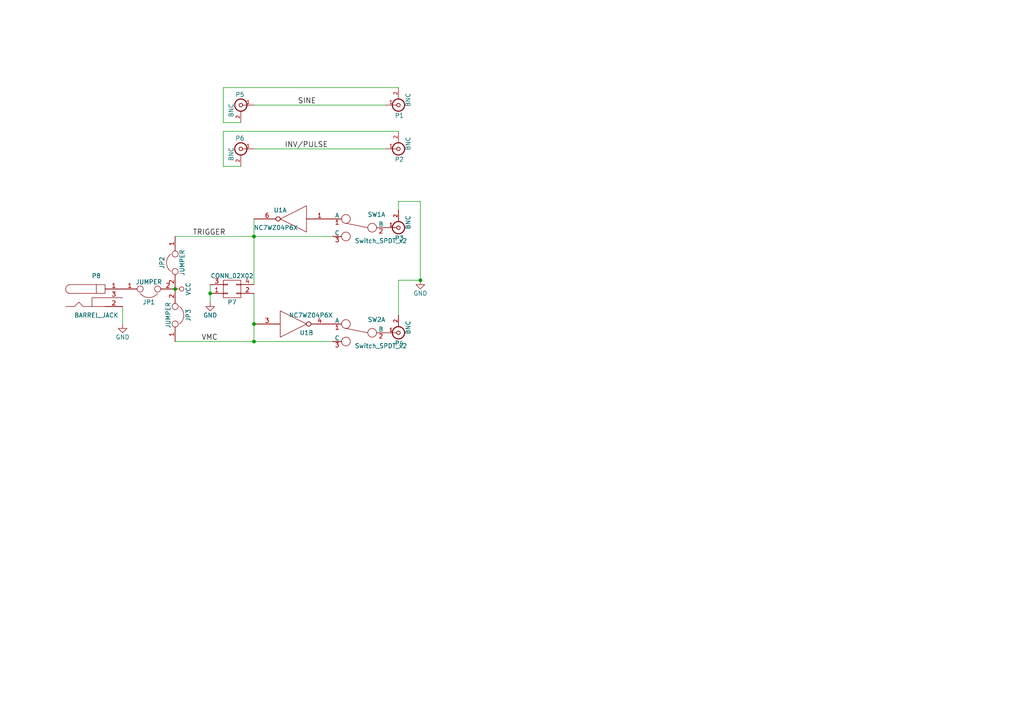
<source format=kicad_sch>
(kicad_sch (version 20230121) (generator eeschema)
  (paper "A4")
  (lib_symbols
    (symbol "keithley2015_aux_breakout-rescue:BARREL_JACK" (pin_names (offset 1.016))
      (property "Reference" "CON" (at 0 6.35 0))
      (property "Value" "BARREL_JACK" (at 0 -5.08 0))
      (symbol "BARREL_JACK_0_1"
        (arc (start -8.89 2.54) (mid -8.5271 1.6254) (end -7.62 1.27))
        (arc (start -7.62 3.81) (mid -8.5088 3.4366) (end -8.89 2.54))
        (polyline (pts (xy -7.62 1.27) (xy 0 1.27)))
        (polyline (pts (xy 0 3.81) (xy -7.62 3.81)))
        (polyline (pts (xy 2.54 0) (xy -1.27 0) (xy -1.27 -2.54)))
        (polyline (pts (xy 2.54 -2.54) (xy -3.81 -2.54) (xy -5.08 -1.27) (xy -6.35 -2.54) (xy -8.89 -2.54)))
        (rectangle (start 2.54 3.81) (end 0 1.27))
      )
      (symbol "BARREL_JACK_1_1"
        (pin passive line (at 7.62 2.54 180) (length 5.08) (name "~") (number "1"))
        (pin passive line (at 7.62 -2.54 180) (length 5.08) (name "~") (number "2"))
        (pin passive line (at 7.62 0 180) (length 5.08) (name "~") (number "3"))
      )
    )
    (symbol "keithley2015_aux_breakout-rescue:BNC" (pin_names (offset 1.016) hide)
      (property "Reference" "P" (at 0.254 3.048 0))
      (property "Value" "BNC" (at 2.794 -1.524 90))
      (symbol "BNC_0_1"
        (circle (center 0 0) (radius 0.508) (stroke (width 0.2032)))
        (circle (center 0 0) (radius 1.778) (stroke (width 0.3048)))
      )
      (symbol "BNC_1_1"
        (pin passive line (at -3.81 0 0) (length 3.302) (name "In") (number "1"))
        (pin passive line (at 0 -5.08 90) (length 3.302) (name "Ext") (number "2"))
      )
    )
    (symbol "keithley2015_aux_breakout-rescue:CONN_02X02" (pin_names (offset 0.0254) hide)
      (property "Reference" "P" (at 0 3.81 0))
      (property "Value" "CONN_02X02" (at 0 -3.81 0))
      (symbol "CONN_02X02_0_1"
        (rectangle (start -2.54 -1.143) (end -1.27 -1.397))
        (rectangle (start -2.54 1.397) (end -1.27 1.143))
        (rectangle (start -2.54 2.54) (end 2.54 -2.54))
        (rectangle (start 1.27 -1.143) (end 2.54 -1.397))
        (rectangle (start 1.27 1.397) (end 2.54 1.143))
      )
      (symbol "CONN_02X02_1_1"
        (pin passive line (at -6.35 1.27 0) (length 3.81) (name "P1") (number "1"))
        (pin passive line (at 6.35 1.27 180) (length 3.81) (name "P2") (number "2"))
        (pin passive line (at -6.35 -1.27 0) (length 3.81) (name "P3") (number "3"))
        (pin passive line (at 6.35 -1.27 180) (length 3.81) (name "P4") (number "4"))
      )
    )
    (symbol "keithley2015_aux_breakout-rescue:GND" (power) (pin_names (offset 0))
      (property "Value" "GND" (at 0 -3.81 0))
      (symbol "GND_0_1"
        (polyline (pts (xy 0 0) (xy 0 -1.27) (xy 1.27 -1.27) (xy 0 -2.54) (xy -1.27 -1.27) (xy 0 -1.27)))
      )
      (symbol "GND_1_1"
        (pin power_in line (at 0 0 270) (length 0) hide (name "GND") (number "1"))
      )
    )
    (symbol "keithley2015_aux_breakout-rescue:JUMPER" (pin_names (offset 0.762) hide)
      (property "Reference" "JP" (at 0 3.81 0))
      (property "Value" "JUMPER" (at 0 -2.032 0))
      (symbol "JUMPER_0_1"
        (circle (center -2.54 0) (radius 0.889))
        (arc (start 2.5146 1.27) (mid 0.0078 2.5097) (end -2.4892 1.27))
        (circle (center 2.54 0) (radius 0.889))
        (pin passive line (at -7.62 0 0) (length 4.191) (name "1") (number "1"))
        (pin passive line (at 7.62 0 180) (length 4.191) (name "2") (number "2"))
      )
    )
    (symbol "keithley2015_aux_breakout-rescue:NC7WZ04P6X" (pin_names (offset 0.762))
      (property "Reference" "U" (at 3.81 2.54 0))
      (property "Value" "NC7WZ04P6X" (at 5.08 -2.54 0))
      (symbol "NC7WZ04P6X_0_0"
        (polyline (pts (xy -3.81 3.81) (xy -3.81 -3.81) (xy 3.81 0) (xy -3.81 3.81)))
        (pin power_in line (at -1.27 -2.54 90) (length 0) hide (name "GND") (number "2"))
        (pin power_in line (at -1.27 2.54 270) (length 0) hide (name "VCC") (number "5"))
      )
      (symbol "NC7WZ04P6X_1_1"
        (pin input line (at -11.43 0 0) (length 7.62) (name "~") (number "1"))
        (pin output inverted (at 11.43 0 180) (length 7.62) (name "~") (number "6"))
      )
      (symbol "NC7WZ04P6X_1_2"
        (pin input inverted (at -11.43 0 0) (length 7.62) (name "~") (number "1"))
        (pin output line (at 11.43 0 180) (length 7.62) (name "~") (number "2"))
      )
      (symbol "NC7WZ04P6X_2_1"
        (pin input line (at -11.43 0 0) (length 7.62) (name "~") (number "3"))
        (pin output inverted (at 11.43 0 180) (length 7.62) (name "~") (number "4"))
      )
      (symbol "NC7WZ04P6X_2_2"
        (pin input inverted (at -11.43 0 0) (length 7.62) (name "~") (number "3"))
        (pin output line (at 11.43 0 180) (length 7.62) (name "~") (number "4"))
      )
    )
    (symbol "keithley2015_aux_breakout-rescue:Switch_SPDT_x2" (pin_names (offset 0))
      (property "Reference" "SW" (at -5.08 3.81 0))
      (property "Value" "Switch_SPDT_x2" (at -6.35 -3.81 0))
      (symbol "Switch_SPDT_x2_0_0"
        (circle (center -3.81 0) (radius 1.27))
        (circle (center 3.81 -2.54) (radius 1.27))
      )
      (symbol "Switch_SPDT_x2_0_1"
        (polyline (pts (xy -2.54 0) (xy 3.81 1.27)))
        (circle (center 3.81 2.54) (radius 1.27))
      )
      (symbol "Switch_SPDT_x2_1_1"
        (pin passive line (at 7.62 2.54 180) (length 2.54) (name "A") (number "1"))
        (pin passive line (at -7.62 0 0) (length 2.54) (name "B") (number "2"))
        (pin passive line (at 7.62 -2.54 180) (length 2.54) (name "C") (number "3"))
      )
      (symbol "Switch_SPDT_x2_2_1"
        (pin passive line (at 7.62 2.54 180) (length 2.54) (name "A") (number "4"))
        (pin passive line (at -7.62 0 0) (length 2.54) (name "B") (number "5"))
        (pin passive line (at 7.62 -2.54 180) (length 2.54) (name "C") (number "6"))
      )
    )
    (symbol "keithley2015_aux_breakout-rescue:VCC" (power) (pin_names (offset 0))
      (property "Value" "VCC" (at 0 3.81 0))
      (symbol "VCC_0_1"
        (polyline (pts (xy 0 0) (xy 0 1.27)))
        (circle (center 0 1.905) (radius 0.635))
      )
      (symbol "VCC_1_1"
        (pin power_in line (at 0 0 90) (length 0) hide (name "VCC") (number "1"))
      )
    )
  )
  (junction (at 121.92 81.28))
  (junction (at 73.66 93.98))
  (junction (at 60.96 85.09))
  (junction (at 73.66 68.58))
  (junction (at 50.8 83.82))
  (junction (at 73.66 99.06))
  (wire (pts (xy 50.8 68.58) (xy 73.66 68.58)))
  (wire (pts (xy 35.56 88.9) (xy 35.56 93.98)))
  (wire (pts (xy 115.57 91.44) (xy 115.57 81.28)))
  (wire (pts (xy 64.77 25.4) (xy 115.57 25.4)))
  (wire (pts (xy 73.66 68.58) (xy 73.66 82.55)))
  (wire (pts (xy 73.66 99.06) (xy 50.8 99.06)))
  (wire (pts (xy 115.57 58.42) (xy 115.57 60.96)))
  (wire (pts (xy 73.66 43.18) (xy 111.76 43.18)))
  (wire (pts (xy 121.92 81.28) (xy 121.92 58.42)))
  (wire (pts (xy 96.52 99.06) (xy 73.66 99.06)))
  (wire (pts (xy 60.96 85.09) (xy 60.96 87.63)))
  (wire (pts (xy 121.92 58.42) (xy 115.57 58.42)))
  (wire (pts (xy 73.66 30.48) (xy 111.76 30.48)))
  (wire (pts (xy 73.66 85.09) (xy 73.66 93.98)))
  (wire (pts (xy 69.85 35.56) (xy 64.77 35.56)))
  (wire (pts (xy 64.77 35.56) (xy 64.77 25.4)))
  (wire (pts (xy 115.57 38.1) (xy 64.77 38.1)))
  (wire (pts (xy 60.96 82.55) (xy 60.96 85.09)))
  (wire (pts (xy 73.66 68.58) (xy 96.52 68.58)))
  (wire (pts (xy 64.77 38.1) (xy 64.77 48.26)))
  (wire (pts (xy 73.66 93.98) (xy 73.66 99.06)))
  (wire (pts (xy 73.66 63.5) (xy 73.66 68.58)))
  (wire (pts (xy 115.57 81.28) (xy 121.92 81.28)))
  (wire (pts (xy 64.77 48.26) (xy 69.85 48.26)))
  (label "VMC" (at 58.42 99.06 0) (effects (font (size 1.524 1.524))))
  (label "INV/PULSE" (at 82.55 43.18 0) (effects (font (size 1.524 1.524))))
  (label "SINE" (at 86.36 30.48 0) (effects (font (size 1.524 1.524))))
  (label "TRIGGER" (at 55.88 68.58 0) (effects (font (size 1.524 1.524))))
  (symbol (lib_id "keithley2015_aux_breakout-rescue:Switch_SPDT_x2") (at 104.14 66.04 0) (mirror y) (unit 1)
    (property "Reference" "SW1" (at 109.22 62.23 0))
    (property "Value" "Switch_SPDT_x2" (at 110.49 69.85 0))
    (property "Footprint" "Switches:Latched_7x7mm_TL_2230" (effects hide))
  )
  (symbol (lib_id "keithley2015_aux_breakout-rescue:BNC") (at 115.57 66.04 0) (mirror x) (unit 1)
    (property "Reference" "P3" (at 115.824 69.088 0))
    (property "Value" "BNC" (at 118.364 64.516 90))
    (property "Footprint" "Connectors:SMA_Board_Edge" (effects hide))
  )
  (symbol (lib_id "keithley2015_aux_breakout-rescue:BNC") (at 115.57 43.18 0) (mirror x) (unit 1)
    (property "Reference" "P2" (at 115.824 46.228 0))
    (property "Value" "BNC" (at 118.364 41.656 90))
    (property "Footprint" "Connectors:SMA_Board_Edge" (effects hide))
  )
  (symbol (lib_id "keithley2015_aux_breakout-rescue:BNC") (at 69.85 43.18 0) (mirror y) (unit 1)
    (property "Reference" "P6" (at 69.596 40.132 0))
    (property "Value" "BNC" (at 67.056 44.704 90))
    (property "Footprint" "Connectors:SMA_Board_Edge" (effects hide))
  )
  (symbol (lib_id "keithley2015_aux_breakout-rescue:BNC") (at 115.57 30.48 0) (mirror x) (unit 1)
    (property "Reference" "P1" (at 115.824 33.528 0))
    (property "Value" "BNC" (at 118.364 28.956 90))
    (property "Footprint" "Connectors:SMA_Board_Edge" (effects hide))
  )
  (symbol (lib_id "keithley2015_aux_breakout-rescue:BNC") (at 69.85 30.48 0) (mirror y) (unit 1)
    (property "Reference" "P5" (at 69.596 27.432 0))
    (property "Value" "BNC" (at 67.056 32.004 90))
    (property "Footprint" "Connectors:SMA_Board_Edge" (effects hide))
  )
  (symbol (lib_id "keithley2015_aux_breakout-rescue:BNC") (at 115.57 96.52 0) (mirror x) (unit 1)
    (property "Reference" "P4" (at 115.824 99.568 0))
    (property "Value" "BNC" (at 118.364 94.996 90))
    (property "Footprint" "Connectors:SMA_Board_Edge" (effects hide))
  )
  (symbol (lib_id "keithley2015_aux_breakout-rescue:NC7WZ04P6X") (at 85.09 63.5 0) (mirror y) (unit 1)
    (property "Reference" "U1" (at 81.28 60.96 0))
    (property "Value" "NC7WZ04P6X" (at 80.01 66.04 0))
    (property "Footprint" "TO_SOT_Packages_SMD:SC-70-6_Handsoldering" (effects hide))
  )
  (symbol (lib_id "keithley2015_aux_breakout-rescue:NC7WZ04P6X") (at 85.09 93.98 0) (mirror x) (unit 2)
    (property "Reference" "U1" (at 88.9 96.52 0))
    (property "Value" "NC7WZ04P6X" (at 90.17 91.44 0))
    (property "Footprint" "TO_SOT_Packages_SMD:SC-70-6_Handsoldering" (effects hide))
  )
  (symbol (lib_id "keithley2015_aux_breakout-rescue:JUMPER") (at 50.8 91.44 270) (mirror x) (unit 1)
    (property "Reference" "JP3" (at 54.61 91.44 0))
    (property "Value" "JUMPER" (at 48.768 91.44 0))
    (property "Footprint" "Socket_Strips:Socket_Strip_Straight_1x02" (effects hide))
  )
  (symbol (lib_id "keithley2015_aux_breakout-rescue:JUMPER") (at 43.18 83.82 0) (mirror x) (unit 1)
    (property "Reference" "JP1" (at 43.18 87.63 0))
    (property "Value" "JUMPER" (at 43.18 81.788 0))
    (property "Footprint" "Socket_Strips:Socket_Strip_Straight_1x02" (effects hide))
  )
  (symbol (lib_id "keithley2015_aux_breakout-rescue:JUMPER") (at 50.8 76.2 90) (mirror x) (unit 1)
    (property "Reference" "JP2" (at 46.99 76.2 0))
    (property "Value" "JUMPER" (at 52.832 76.2 0))
    (property "Footprint" "Socket_Strips:Socket_Strip_Straight_1x02" (effects hide))
  )
  (symbol (lib_id "keithley2015_aux_breakout-rescue:Switch_SPDT_x2") (at 104.14 96.52 0) (mirror y) (unit 1)
    (property "Reference" "SW2" (at 109.22 92.71 0))
    (property "Value" "Switch_SPDT_x2" (at 110.49 100.33 0))
    (property "Footprint" "Switches:Latched_7x7mm_TL_2230" (effects hide))
  )
  (symbol (lib_id "keithley2015_aux_breakout-rescue:BARREL_JACK") (at 27.94 86.36 0) (unit 1)
    (property "Reference" "P8" (at 27.94 80.01 0))
    (property "Value" "BARREL_JACK" (at 27.94 91.44 0))
    (property "Footprint" "Connect:BARREL_JACK" (effects hide))
  )
  (symbol (lib_id "keithley2015_aux_breakout-rescue:CONN_02X02") (at 67.31 83.82 0) (mirror x) (unit 1)
    (property "Reference" "P7" (at 67.31 87.63 0))
    (property "Value" "CONN_02X02" (at 67.31 80.01 0))
    (property "Footprint" "2.54mm_Pin_Headers:Edge_2x02" (effects hide))
  )
  (symbol (lib_id "keithley2015_aux_breakout-rescue:GND") (at 35.56 93.98 0) (unit 1)
    (property "Reference" "#PWR01" (effects hide))
    (property "Value" "GND" (at 35.56 97.79 0))
  )
  (symbol (lib_id "keithley2015_aux_breakout-rescue:GND") (at 60.96 87.63 0) (unit 1)
    (property "Reference" "#PWR02" (effects hide))
    (property "Value" "GND" (at 60.96 91.44 0))
  )
  (symbol (lib_id "keithley2015_aux_breakout-rescue:VCC") (at 50.8 83.82 270) (unit 1)
    (property "Reference" "#PWR03" (effects hide))
    (property "Value" "VCC" (at 54.61 83.82 0))
  )
  (symbol (lib_id "keithley2015_aux_breakout-rescue:GND") (at 121.92 81.28 0) (unit 1)
    (property "Reference" "#PWR04" (effects hide))
    (property "Value" "GND" (at 121.92 85.09 0))
  )
)
</source>
